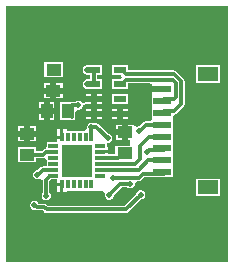
<source format=gbr>
%TF.GenerationSoftware,Altium Limited,Altium Designer,21.3.2 (30)*%
G04 Layer_Physical_Order=1*
G04 Layer_Color=255*
%FSLAX26Y26*%
%MOIN*%
%TF.SameCoordinates,7249F2FC-C291-4BAF-AEBD-B68F3D0C2602*%
%TF.FilePolarity,Positive*%
%TF.FileFunction,Copper,L1,Top,Signal*%
%TF.Part,Single*%
G01*
G75*
%TA.AperFunction,SMDPad,CuDef*%
%ADD10R,0.070866X0.047244*%
%ADD11R,0.061024X0.023622*%
%ADD12R,0.051181X0.039370*%
%ADD13R,0.039370X0.051181*%
%ADD14R,0.043307X0.023622*%
%ADD15R,0.102362X0.106299*%
%ADD16R,0.033465X0.013780*%
%ADD17R,0.013780X0.031496*%
%TA.AperFunction,Conductor*%
%ADD18C,0.012000*%
%ADD19C,0.020000*%
%TA.AperFunction,ViaPad*%
%ADD20C,0.150000*%
%ADD21C,0.020000*%
G36*
X4235000Y2589000D02*
X3493000D01*
Y3440000D01*
X4235000D01*
Y2589000D01*
D02*
G37*
%LPC*%
G36*
X3683590Y3253685D02*
X3622410D01*
Y3204315D01*
X3683590D01*
Y3253685D01*
D02*
G37*
G36*
X4209031Y3242803D02*
X4128165D01*
Y3185559D01*
X4209031D01*
Y3242803D01*
D02*
G37*
G36*
X3683197Y3183213D02*
X3662606D01*
Y3168528D01*
X3683197D01*
Y3183213D01*
D02*
G37*
G36*
X3642606D02*
X3622016D01*
Y3168528D01*
X3642606D01*
Y3183213D01*
D02*
G37*
G36*
X3813347Y3245630D02*
X3760039D01*
Y3242181D01*
X3756503Y3240716D01*
X3752284Y3236497D01*
X3750000Y3230984D01*
Y3225016D01*
X3752284Y3219503D01*
X3756503Y3215284D01*
X3760039Y3213819D01*
Y3212008D01*
X3775477D01*
Y3196417D01*
X3760039D01*
Y3194307D01*
X3759147Y3194130D01*
X3757895Y3193293D01*
X3756503Y3192716D01*
X3755438Y3191651D01*
X3754186Y3190814D01*
X3753349Y3189562D01*
X3752284Y3188497D01*
X3751707Y3187105D01*
X3750870Y3185853D01*
X3750576Y3184375D01*
X3750000Y3182984D01*
Y3181477D01*
X3749706Y3180000D01*
X3750000Y3178523D01*
Y3177016D01*
X3750576Y3175625D01*
X3750870Y3174147D01*
X3751707Y3172895D01*
X3752284Y3171503D01*
X3753349Y3170438D01*
X3754186Y3169186D01*
X3755438Y3168349D01*
X3756503Y3167284D01*
X3757895Y3166707D01*
X3759147Y3165870D01*
X3760039Y3165693D01*
Y3162795D01*
X3813347D01*
Y3196417D01*
X3797909D01*
Y3212008D01*
X3813347D01*
Y3245630D01*
D02*
G37*
G36*
Y3147205D02*
X3796693D01*
Y3140394D01*
X3813347D01*
Y3147205D01*
D02*
G37*
G36*
X3776693D02*
X3760039D01*
Y3140394D01*
X3776693D01*
Y3147205D01*
D02*
G37*
G36*
X3683197Y3148528D02*
X3662606D01*
Y3133843D01*
X3683197D01*
Y3148528D01*
D02*
G37*
G36*
X3642606D02*
X3622016D01*
Y3133843D01*
X3642606D01*
Y3148528D01*
D02*
G37*
G36*
X3738984Y3125905D02*
X3733016D01*
X3727503Y3123622D01*
X3725199Y3121318D01*
X3714158D01*
X3714157Y3121318D01*
X3713073Y3121102D01*
X3675787D01*
Y3059921D01*
X3713073D01*
X3714157Y3059706D01*
X3715242Y3059921D01*
X3725157D01*
Y3069837D01*
X3725373Y3070921D01*
X3725157Y3072006D01*
Y3088337D01*
X3733016Y3095905D01*
X3738984D01*
X3744497Y3098189D01*
X3748716Y3102409D01*
X3750493Y3106698D01*
X3752549Y3111661D01*
X3760039Y3113582D01*
X3760780Y3113582D01*
X3768128Y3113583D01*
X3776693D01*
Y3120394D01*
X3759606D01*
X3750088Y3118079D01*
X3748716Y3119402D01*
X3748183Y3119936D01*
X3744497Y3123622D01*
X3738984Y3125905D01*
D02*
G37*
G36*
X3899961Y3147205D02*
X3846654D01*
Y3113583D01*
X3899961D01*
Y3147205D01*
D02*
G37*
G36*
X3813347Y3120394D02*
X3796693D01*
Y3113583D01*
X3813347D01*
Y3120394D01*
D02*
G37*
G36*
X3654685Y3121496D02*
X3640000D01*
Y3100906D01*
X3654685D01*
Y3121496D01*
D02*
G37*
G36*
X3620000D02*
X3605315D01*
Y3100906D01*
X3620000D01*
Y3121496D01*
D02*
G37*
G36*
X3899961Y3097992D02*
X3883307D01*
Y3091181D01*
X3899961D01*
Y3097992D01*
D02*
G37*
G36*
X3863307D02*
X3846654D01*
Y3091181D01*
X3863307D01*
Y3097992D01*
D02*
G37*
G36*
X3813347D02*
X3796693D01*
Y3091181D01*
X3813347D01*
Y3097992D01*
D02*
G37*
G36*
X3776693D02*
X3760039D01*
Y3091181D01*
X3776693D01*
Y3097992D01*
D02*
G37*
G36*
X3899961Y3071181D02*
X3883307D01*
Y3064370D01*
X3899961D01*
Y3071181D01*
D02*
G37*
G36*
X3863307D02*
X3846654D01*
Y3064370D01*
X3863307D01*
Y3071181D01*
D02*
G37*
G36*
X3813347D02*
X3796693D01*
Y3064370D01*
X3813347D01*
Y3071181D01*
D02*
G37*
G36*
X3776693D02*
X3760039D01*
Y3064370D01*
X3776693D01*
Y3071181D01*
D02*
G37*
G36*
X3654685Y3080906D02*
X3640000D01*
Y3060315D01*
X3654685D01*
Y3080906D01*
D02*
G37*
G36*
X3620000D02*
X3605315D01*
Y3060315D01*
X3620000D01*
Y3080906D01*
D02*
G37*
G36*
X3899961Y3245630D02*
X3846654D01*
Y3212008D01*
X3876356D01*
X3880568Y3202008D01*
X3875108Y3196417D01*
X3846654D01*
Y3162795D01*
X3899961D01*
Y3183109D01*
X3900636Y3183785D01*
X3972134D01*
X3980488Y3179811D01*
Y3173000D01*
X4016000D01*
Y3153000D01*
X3980488D01*
Y3146189D01*
X3980488Y3146189D01*
Y3140441D01*
X3980488D01*
X3980488Y3136189D01*
Y3106819D01*
X3980488D01*
Y3101071D01*
X3980488D01*
X3980488Y3063491D01*
X3973417Y3056420D01*
X3959465D01*
X3959464Y3056420D01*
X3955172Y3055566D01*
X3951533Y3053135D01*
X3951533Y3053135D01*
X3938603Y3040205D01*
X3934316D01*
X3930984Y3038825D01*
X3923859Y3041920D01*
X3920984Y3044245D01*
Y3045157D01*
X3900394D01*
Y3020472D01*
Y2995488D01*
X3908000Y2994000D01*
X3908000Y2994000D01*
X3908000Y2994000D01*
Y2976000D01*
X3898545Y2974685D01*
X3859410D01*
Y2946058D01*
X3834488D01*
Y2949527D01*
X3807756D01*
Y2959527D01*
X3834488D01*
Y2971417D01*
X3829488D01*
Y2983979D01*
X3831016Y2985000D01*
X3836984D01*
X3842497Y2987284D01*
X3846716Y2991503D01*
X3849000Y2997016D01*
Y3002984D01*
X3846716Y3008497D01*
X3842497Y3012716D01*
X3836984Y3015000D01*
X3834861D01*
X3803726Y3046135D01*
X3800087Y3048566D01*
X3795795Y3049420D01*
X3795795Y3049420D01*
X3788423D01*
X3787709Y3050134D01*
X3782196Y3052417D01*
X3776229D01*
X3770716Y3050134D01*
X3766496Y3045914D01*
X3764213Y3040401D01*
Y3034434D01*
X3757863Y3024488D01*
X3697677D01*
Y3029488D01*
X3685787D01*
Y3003740D01*
X3680787D01*
Y2998740D01*
X3663898D01*
Y2986102D01*
X3630512D01*
Y2973771D01*
X3627228Y2964853D01*
X3622936Y2963999D01*
X3619298Y2961568D01*
X3619298Y2961568D01*
X3613945Y2956215D01*
X3595590D01*
Y2969685D01*
X3534410D01*
Y2920315D01*
X3595590D01*
Y2933785D01*
X3618590D01*
X3618591Y2933784D01*
X3620512Y2934167D01*
X3627926Y2930058D01*
X3630512Y2927709D01*
Y2906688D01*
X3617512D01*
X3617512Y2906688D01*
X3613220Y2905834D01*
X3609581Y2903403D01*
X3599178Y2893000D01*
X3596016D01*
X3590503Y2890716D01*
X3586284Y2886497D01*
X3584000Y2880984D01*
Y2875016D01*
X3586284Y2869503D01*
X3590503Y2865284D01*
X3596016Y2863000D01*
X3601984D01*
X3607497Y2865284D01*
X3614427Y2862375D01*
X3616785Y2860429D01*
Y2817998D01*
X3615284Y2816497D01*
X3613000Y2810984D01*
Y2805016D01*
X3615284Y2799503D01*
X3619503Y2795284D01*
X3625016Y2793000D01*
X3630984D01*
X3636497Y2795284D01*
X3640716Y2799503D01*
X3643000Y2805016D01*
Y2810984D01*
X3640716Y2816497D01*
X3639215Y2817998D01*
Y2856740D01*
X3646157Y2863682D01*
X3651354D01*
X3651354Y2863682D01*
X3652439Y2863898D01*
X3663898D01*
Y2851260D01*
X3680787D01*
Y2846260D01*
X3685787D01*
Y2820512D01*
X3697677D01*
Y2825512D01*
X3789488D01*
X3792000Y2823000D01*
X3816911D01*
X3824000Y2813984D01*
Y2808016D01*
X3826284Y2802503D01*
X3830503Y2798284D01*
X3836016Y2796000D01*
X3841984D01*
X3847497Y2798284D01*
X3851716Y2802503D01*
X3854000Y2808016D01*
Y2810139D01*
X3880646Y2836785D01*
X3899002D01*
X3900503Y2835284D01*
X3906016Y2833000D01*
X3911984D01*
X3917497Y2835284D01*
X3921716Y2839503D01*
X3924000Y2845016D01*
Y2850984D01*
X3932007Y2857785D01*
X3937634D01*
X3937634Y2857784D01*
X3941926Y2858638D01*
X3945565Y2861069D01*
X3955689Y2871194D01*
X3980488D01*
Y2870598D01*
X4051512D01*
Y2904220D01*
X4051512D01*
Y2909969D01*
X4051512D01*
Y2943590D01*
X4051512D01*
Y2949339D01*
X4051512D01*
Y2982960D01*
X4051512D01*
Y2988709D01*
X4051512D01*
Y3022331D01*
X4051512D01*
Y3028079D01*
X4051512D01*
Y3057449D01*
X4051512Y3061701D01*
Y3069454D01*
X4054071Y3078855D01*
X4058363Y3079709D01*
X4062001Y3082140D01*
X4086930Y3107069D01*
X4086931Y3107069D01*
X4089362Y3110708D01*
X4090216Y3115000D01*
X4090215Y3115001D01*
Y3190000D01*
X4089362Y3194292D01*
X4086931Y3197931D01*
X4086930Y3197931D01*
X4061931Y3222931D01*
X4058292Y3225362D01*
X4054000Y3226216D01*
X4053999Y3226215D01*
X3900636D01*
X3899961Y3226891D01*
Y3245630D01*
D02*
G37*
G36*
X3880394Y3045157D02*
X3859803D01*
Y3030472D01*
X3880394D01*
Y3045157D01*
D02*
G37*
G36*
X3595984Y3040157D02*
X3575394D01*
Y3025472D01*
X3595984D01*
Y3040157D01*
D02*
G37*
G36*
X3555394D02*
X3534803D01*
Y3025472D01*
X3555394D01*
Y3040157D01*
D02*
G37*
G36*
X3675787Y3029488D02*
X3663898D01*
Y3008740D01*
X3675787D01*
Y3029488D01*
D02*
G37*
G36*
X3880394Y3010472D02*
X3859803D01*
Y2995787D01*
X3880394D01*
Y3010472D01*
D02*
G37*
G36*
X3595984Y3005472D02*
X3575394D01*
Y2990787D01*
X3595984D01*
Y3005472D01*
D02*
G37*
G36*
X3555394D02*
X3534803D01*
Y2990787D01*
X3555394D01*
Y3005472D01*
D02*
G37*
G36*
X3675787Y2841260D02*
X3663898D01*
Y2820512D01*
X3675787D01*
Y2841260D01*
D02*
G37*
G36*
X4209031Y2864850D02*
X4128165D01*
Y2807606D01*
X4209031D01*
Y2864850D01*
D02*
G37*
G36*
X3946984Y2827000D02*
X3941016D01*
X3935503Y2824716D01*
X3931284Y2820497D01*
X3929000Y2814984D01*
Y2812861D01*
X3890354Y2774215D01*
X3634282D01*
X3629567Y2778931D01*
X3625928Y2781362D01*
X3621636Y2782216D01*
X3621636Y2782215D01*
X3603076D01*
X3601716Y2785497D01*
X3597497Y2789716D01*
X3591984Y2792000D01*
X3586016D01*
X3580503Y2789716D01*
X3576284Y2785497D01*
X3574000Y2779984D01*
Y2774016D01*
X3576284Y2768503D01*
X3580503Y2764284D01*
X3586016Y2762000D01*
X3590835D01*
X3592873Y2760638D01*
X3597165Y2759784D01*
X3597165Y2759785D01*
X3616991D01*
X3621706Y2755069D01*
X3625344Y2752638D01*
X3629636Y2751784D01*
X3629637Y2751785D01*
X3894999D01*
X3895000Y2751784D01*
X3899292Y2752638D01*
X3902931Y2755069D01*
X3944861Y2797000D01*
X3946984D01*
X3952497Y2799284D01*
X3956716Y2803503D01*
X3959000Y2809016D01*
Y2814984D01*
X3956716Y2820497D01*
X3952497Y2824716D01*
X3946984Y2827000D01*
D02*
G37*
%LPD*%
D10*
X4168598Y3214181D02*
D03*
Y2836228D02*
D03*
D11*
X4016000Y3163000D02*
D03*
Y3123630D02*
D03*
Y3084260D02*
D03*
Y3044890D02*
D03*
Y3005520D02*
D03*
Y2966150D02*
D03*
Y2926780D02*
D03*
Y2887409D02*
D03*
D12*
X3890000Y2950000D02*
D03*
X3890394Y3020472D02*
D03*
X3652606Y3158528D02*
D03*
X3653000Y3229000D02*
D03*
X3565000Y2945000D02*
D03*
X3565394Y3015472D02*
D03*
D13*
X3630000Y3090905D02*
D03*
X3700472Y3090512D02*
D03*
D14*
X3786693Y3228819D02*
D03*
X3873307D02*
D03*
Y3179606D02*
D03*
X3786693D02*
D03*
Y3130394D02*
D03*
X3873307D02*
D03*
X3786693Y3081181D02*
D03*
X3873307D02*
D03*
D15*
X3730000Y2925000D02*
D03*
D16*
X3652244Y2875787D02*
D03*
Y2895472D02*
D03*
Y2915157D02*
D03*
Y2934843D02*
D03*
Y2954528D02*
D03*
Y2974213D02*
D03*
X3807756D02*
D03*
Y2954528D02*
D03*
Y2934843D02*
D03*
Y2915157D02*
D03*
Y2895472D02*
D03*
Y2875787D02*
D03*
D17*
X3680787Y3003740D02*
D03*
X3700472D02*
D03*
X3720157D02*
D03*
X3739843D02*
D03*
X3759528D02*
D03*
X3779213D02*
D03*
Y2846260D02*
D03*
X3759528D02*
D03*
X3739843D02*
D03*
X3720157D02*
D03*
X3700472D02*
D03*
X3680787D02*
D03*
D18*
X4079000Y3115000D02*
Y3190000D01*
X4060000Y3136470D02*
Y3184958D01*
X4049958Y3195000D02*
X4060000Y3184958D01*
X4054000Y3215000D02*
X4079000Y3190000D01*
X3895990Y3215000D02*
X4054000D01*
X3895990Y3195000D02*
X4049958D01*
X4021811Y3129441D02*
X4052970D01*
X4054071Y3090071D02*
X4079000Y3115000D01*
X4052970Y3129441D02*
X4060000Y3136470D01*
X4016000Y3123630D02*
X4021811Y3129441D01*
Y3090071D02*
X4054071D01*
X4016000Y3084260D02*
X4021811Y3090071D01*
X3873307Y3228819D02*
X3883150D01*
X3888961Y3222030D02*
Y3223008D01*
X3883150Y3228819D02*
X3888961Y3223008D01*
Y3222030D02*
X3895990Y3215000D01*
X3873307Y3179606D02*
X3883150D01*
X3888961Y3185417D02*
Y3187970D01*
X3895990Y3195000D01*
X3883150Y3179606D02*
X3888961Y3185417D01*
X3970546Y2961150D02*
X4021000D01*
X3951044Y2882409D02*
X4021000D01*
X3939464Y3025205D02*
X3959464Y3045205D01*
X3964342Y2954945D02*
X3970546Y2961150D01*
X4015685Y3045205D02*
X4016000Y3044890D01*
X3937634Y2869000D02*
X3951044Y2882409D01*
X3959464Y3045205D02*
X4015685D01*
X3852000Y2869000D02*
X3937634D01*
X3937299Y3025205D02*
X3939464D01*
X3876000Y2848000D02*
X3909000D01*
X3839000Y2811000D02*
X3876000Y2848000D01*
X3629636Y2763000D02*
X3895000D01*
X3597165Y2771000D02*
X3621636D01*
X3629636Y2763000D01*
X3628000Y2808000D02*
Y2861386D01*
X3641512Y2874898D01*
X3591165Y2777000D02*
X3597165Y2771000D01*
X3589000Y2777000D02*
X3591165D01*
X3895000Y2763000D02*
X3944000Y2812000D01*
X3617512Y2895472D02*
X3652244D01*
X3599000Y2878000D02*
X3600039D01*
X3617512Y2895472D01*
X3651354Y2874898D02*
X3652244Y2875787D01*
X3641512Y2874898D02*
X3651354D01*
X3700472Y3084606D02*
Y3096417D01*
X3780000Y3038205D02*
X3795795D01*
X3779213Y3003740D02*
Y3037417D01*
X3780000Y3038205D01*
X3795795D02*
X3834000Y3000000D01*
X3700472Y3084606D02*
X3714157Y3070921D01*
X3700472Y3096417D02*
X3714157Y3110102D01*
X3735197D01*
X3736000Y3110905D01*
X3653000Y3229000D02*
X3654472Y3227528D01*
X3970315Y3005315D02*
X4018701D01*
X3940000Y2930000D02*
Y2975000D01*
X3970315Y3005315D01*
X3807756Y2915157D02*
X3925157D01*
X3940000Y2930000D01*
X3969073Y2926575D02*
X4020551D01*
X4022126Y2925000D01*
X3937970Y2895472D02*
X3969073Y2926575D01*
X3786693Y3179606D02*
Y3228819D01*
X3807756Y2895472D02*
X3937970D01*
X3807756Y2934843D02*
X3868937D01*
X3884095Y2950000D01*
X3890000D01*
X3575000Y2945000D02*
X3618591D01*
X3627228Y2953638D01*
X3651354D01*
X3652244Y2954528D01*
D19*
X3765000Y3180000D02*
X3786299D01*
X3786693Y3179606D01*
D20*
X4130000Y3350000D02*
D03*
Y2680000D02*
D03*
X3580000D02*
D03*
Y3350000D02*
D03*
D21*
X4160000Y3120000D02*
D03*
X4200000Y3040000D02*
D03*
X4160000Y2960000D02*
D03*
X4200000Y2880000D02*
D03*
X4120000Y3040000D02*
D03*
X4080000Y2960000D02*
D03*
X4120000Y2880000D02*
D03*
X4080000Y2800000D02*
D03*
X4040000Y3360000D02*
D03*
X4000000Y3280000D02*
D03*
Y2800000D02*
D03*
X4040000Y2720000D02*
D03*
X4000000Y2640000D02*
D03*
X3960000Y3360000D02*
D03*
X3920000Y3280000D02*
D03*
Y3120000D02*
D03*
X3960000Y2720000D02*
D03*
X3920000Y2640000D02*
D03*
X3880000Y3360000D02*
D03*
X3840000Y3280000D02*
D03*
X3880000Y2720000D02*
D03*
X3840000Y2640000D02*
D03*
X3800000Y3360000D02*
D03*
X3760000Y3280000D02*
D03*
X3800000Y2720000D02*
D03*
X3760000Y2640000D02*
D03*
X3720000Y3360000D02*
D03*
X3680000Y3280000D02*
D03*
X3720000Y3040000D02*
D03*
Y2720000D02*
D03*
X3680000Y2640000D02*
D03*
X3640000Y3040000D02*
D03*
X3520000Y3280000D02*
D03*
X3560000Y3200000D02*
D03*
X3520000Y3120000D02*
D03*
Y2960000D02*
D03*
X3560000Y2880000D02*
D03*
X3520000Y2800000D02*
D03*
X3555000Y2827000D02*
D03*
X3871000Y2793000D02*
D03*
X3772000Y2786000D02*
D03*
X3675000Y2787000D02*
D03*
X3964342Y2954945D02*
D03*
X3937299Y3025205D02*
D03*
X3852000Y2869000D02*
D03*
X3909000Y2848000D02*
D03*
X3939000D02*
D03*
X3628000Y2808000D02*
D03*
X3599000Y2878000D02*
D03*
X3589000Y2777000D02*
D03*
X3735000Y3200000D02*
D03*
X3779213Y3037417D02*
D03*
X3736000Y3110905D02*
D03*
X3839000Y2811000D02*
D03*
X3944000Y2812000D02*
D03*
X3765000Y3180000D02*
D03*
Y3228000D02*
D03*
X3654472Y3227528D02*
D03*
X3834000Y3000000D02*
D03*
X3769370Y2964370D02*
D03*
Y2925000D02*
D03*
Y2885630D02*
D03*
X3730000Y2964370D02*
D03*
Y2925000D02*
D03*
Y2885630D02*
D03*
X3690630Y2964370D02*
D03*
Y2925000D02*
D03*
Y2885630D02*
D03*
%TF.MD5,e9628de51fd7548fc0b41653c2fcb2ec*%
M02*

</source>
